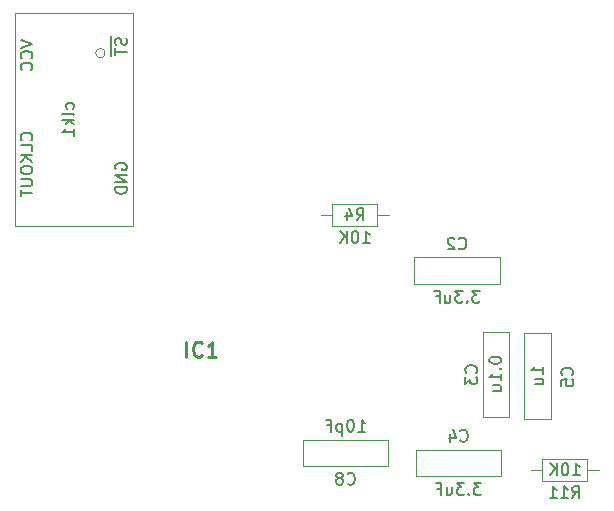
<source format=gbr>
%TF.GenerationSoftware,KiCad,Pcbnew,5.1.5+dfsg1-2build2*%
%TF.CreationDate,2021-11-19T00:53:45-06:00*%
%TF.ProjectId,Audio_Dac_I2S,41756469-6f5f-4446-9163-5f4932532e6b,rev?*%
%TF.SameCoordinates,Original*%
%TF.FileFunction,Legend,Bot*%
%TF.FilePolarity,Positive*%
%FSLAX46Y46*%
G04 Gerber Fmt 4.6, Leading zero omitted, Abs format (unit mm)*
G04 Created by KiCad (PCBNEW 5.1.5+dfsg1-2build2) date 2021-11-19 00:53:45*
%MOMM*%
%LPD*%
G04 APERTURE LIST*
%ADD10C,0.120000*%
%ADD11C,0.150000*%
%ADD12C,0.254000*%
G04 APERTURE END LIST*
D10*
%TO.C,R11*%
X230490000Y-82200000D02*
X230490000Y-80360000D01*
X230490000Y-80360000D02*
X234330000Y-80360000D01*
X234330000Y-80360000D02*
X234330000Y-82200000D01*
X234330000Y-82200000D02*
X230490000Y-82200000D01*
X229540000Y-81280000D02*
X230490000Y-81280000D01*
X235280000Y-81280000D02*
X234330000Y-81280000D01*
%TO.C,R4*%
X216550000Y-58770000D02*
X216550000Y-60610000D01*
X216550000Y-60610000D02*
X212710000Y-60610000D01*
X212710000Y-60610000D02*
X212710000Y-58770000D01*
X212710000Y-58770000D02*
X216550000Y-58770000D01*
X217500000Y-59690000D02*
X216550000Y-59690000D01*
X211760000Y-59690000D02*
X212710000Y-59690000D01*
%TO.C,clk1*%
X185894200Y-42587080D02*
X185894200Y-60587080D01*
X185894200Y-60587080D02*
X195894200Y-60587080D01*
X195894200Y-60587080D02*
X195894200Y-42587080D01*
X195894200Y-42587080D02*
X185894200Y-42587080D01*
X193494200Y-45987080D02*
G75*
G03X193494200Y-45987080I-400000J0D01*
G01*
%TO.C,C8*%
X210233400Y-80952200D02*
X217473400Y-80952200D01*
X210233400Y-78712200D02*
X217473400Y-78712200D01*
X210233400Y-80952200D02*
X210233400Y-78712200D01*
X217473400Y-80952200D02*
X217473400Y-78712200D01*
%TO.C,C5*%
X228990000Y-69690000D02*
X228990000Y-76930000D01*
X231230000Y-69690000D02*
X231230000Y-76930000D01*
X228990000Y-69690000D02*
X231230000Y-69690000D01*
X228990000Y-76930000D02*
X231230000Y-76930000D01*
%TO.C,C4*%
X227030000Y-79560000D02*
X219790000Y-79560000D01*
X227030000Y-81800000D02*
X219790000Y-81800000D01*
X227030000Y-79560000D02*
X227030000Y-81800000D01*
X219790000Y-79560000D02*
X219790000Y-81800000D01*
%TO.C,C3*%
X225490000Y-69590000D02*
X225490000Y-76830000D01*
X227730000Y-69590000D02*
X227730000Y-76830000D01*
X225490000Y-69590000D02*
X227730000Y-69590000D01*
X225490000Y-76830000D02*
X227730000Y-76830000D01*
%TO.C,C2*%
X226900000Y-63290000D02*
X219660000Y-63290000D01*
X226900000Y-65530000D02*
X219660000Y-65530000D01*
X226900000Y-63290000D02*
X226900000Y-65530000D01*
X219660000Y-63290000D02*
X219660000Y-65530000D01*
%TO.C,R11*%
D11*
X233052857Y-83652380D02*
X233386190Y-83176190D01*
X233624285Y-83652380D02*
X233624285Y-82652380D01*
X233243333Y-82652380D01*
X233148095Y-82700000D01*
X233100476Y-82747619D01*
X233052857Y-82842857D01*
X233052857Y-82985714D01*
X233100476Y-83080952D01*
X233148095Y-83128571D01*
X233243333Y-83176190D01*
X233624285Y-83176190D01*
X232100476Y-83652380D02*
X232671904Y-83652380D01*
X232386190Y-83652380D02*
X232386190Y-82652380D01*
X232481428Y-82795238D01*
X232576666Y-82890476D01*
X232671904Y-82938095D01*
X231148095Y-83652380D02*
X231719523Y-83652380D01*
X231433809Y-83652380D02*
X231433809Y-82652380D01*
X231529047Y-82795238D01*
X231624285Y-82890476D01*
X231719523Y-82938095D01*
X233100476Y-81732380D02*
X233671904Y-81732380D01*
X233386190Y-81732380D02*
X233386190Y-80732380D01*
X233481428Y-80875238D01*
X233576666Y-80970476D01*
X233671904Y-81018095D01*
X232481428Y-80732380D02*
X232386190Y-80732380D01*
X232290952Y-80780000D01*
X232243333Y-80827619D01*
X232195714Y-80922857D01*
X232148095Y-81113333D01*
X232148095Y-81351428D01*
X232195714Y-81541904D01*
X232243333Y-81637142D01*
X232290952Y-81684761D01*
X232386190Y-81732380D01*
X232481428Y-81732380D01*
X232576666Y-81684761D01*
X232624285Y-81637142D01*
X232671904Y-81541904D01*
X232719523Y-81351428D01*
X232719523Y-81113333D01*
X232671904Y-80922857D01*
X232624285Y-80827619D01*
X232576666Y-80780000D01*
X232481428Y-80732380D01*
X231719523Y-81732380D02*
X231719523Y-80732380D01*
X231148095Y-81732380D02*
X231576666Y-81160952D01*
X231148095Y-80732380D02*
X231719523Y-81303809D01*
%TO.C,R4*%
X214796666Y-60142380D02*
X215130000Y-59666190D01*
X215368095Y-60142380D02*
X215368095Y-59142380D01*
X214987142Y-59142380D01*
X214891904Y-59190000D01*
X214844285Y-59237619D01*
X214796666Y-59332857D01*
X214796666Y-59475714D01*
X214844285Y-59570952D01*
X214891904Y-59618571D01*
X214987142Y-59666190D01*
X215368095Y-59666190D01*
X213939523Y-59475714D02*
X213939523Y-60142380D01*
X214177619Y-59094761D02*
X214415714Y-59809047D01*
X213796666Y-59809047D01*
X215320476Y-62062380D02*
X215891904Y-62062380D01*
X215606190Y-62062380D02*
X215606190Y-61062380D01*
X215701428Y-61205238D01*
X215796666Y-61300476D01*
X215891904Y-61348095D01*
X214701428Y-61062380D02*
X214606190Y-61062380D01*
X214510952Y-61110000D01*
X214463333Y-61157619D01*
X214415714Y-61252857D01*
X214368095Y-61443333D01*
X214368095Y-61681428D01*
X214415714Y-61871904D01*
X214463333Y-61967142D01*
X214510952Y-62014761D01*
X214606190Y-62062380D01*
X214701428Y-62062380D01*
X214796666Y-62014761D01*
X214844285Y-61967142D01*
X214891904Y-61871904D01*
X214939523Y-61681428D01*
X214939523Y-61443333D01*
X214891904Y-61252857D01*
X214844285Y-61157619D01*
X214796666Y-61110000D01*
X214701428Y-61062380D01*
X213939523Y-62062380D02*
X213939523Y-61062380D01*
X213368095Y-62062380D02*
X213796666Y-61490952D01*
X213368095Y-61062380D02*
X213939523Y-61633809D01*
%TO.C,IC1*%
D12*
X200380238Y-71694523D02*
X200380238Y-70424523D01*
X201710714Y-71573571D02*
X201650238Y-71634047D01*
X201468809Y-71694523D01*
X201347857Y-71694523D01*
X201166428Y-71634047D01*
X201045476Y-71513095D01*
X200985000Y-71392142D01*
X200924523Y-71150238D01*
X200924523Y-70968809D01*
X200985000Y-70726904D01*
X201045476Y-70605952D01*
X201166428Y-70485000D01*
X201347857Y-70424523D01*
X201468809Y-70424523D01*
X201650238Y-70485000D01*
X201710714Y-70545476D01*
X202920238Y-71694523D02*
X202194523Y-71694523D01*
X202557380Y-71694523D02*
X202557380Y-70424523D01*
X202436428Y-70605952D01*
X202315476Y-70726904D01*
X202194523Y-70787380D01*
%TO.C,clk1*%
D11*
X190798961Y-50682318D02*
X190846580Y-50587080D01*
X190846580Y-50396603D01*
X190798961Y-50301365D01*
X190751342Y-50253746D01*
X190656104Y-50206127D01*
X190370390Y-50206127D01*
X190275152Y-50253746D01*
X190227533Y-50301365D01*
X190179914Y-50396603D01*
X190179914Y-50587080D01*
X190227533Y-50682318D01*
X190846580Y-51253746D02*
X190798961Y-51158508D01*
X190703723Y-51110889D01*
X189846580Y-51110889D01*
X190846580Y-51634699D02*
X189846580Y-51634699D01*
X190465628Y-51729937D02*
X190846580Y-52015651D01*
X190179914Y-52015651D02*
X190560866Y-51634699D01*
X190846580Y-52968032D02*
X190846580Y-52396603D01*
X190846580Y-52682318D02*
X189846580Y-52682318D01*
X189989438Y-52587080D01*
X190084676Y-52491841D01*
X190132295Y-52396603D01*
X187251342Y-53363270D02*
X187298961Y-53315651D01*
X187346580Y-53172794D01*
X187346580Y-53077556D01*
X187298961Y-52934699D01*
X187203723Y-52839460D01*
X187108485Y-52791841D01*
X186918009Y-52744222D01*
X186775152Y-52744222D01*
X186584676Y-52791841D01*
X186489438Y-52839460D01*
X186394200Y-52934699D01*
X186346580Y-53077556D01*
X186346580Y-53172794D01*
X186394200Y-53315651D01*
X186441819Y-53363270D01*
X187346580Y-54268032D02*
X187346580Y-53791841D01*
X186346580Y-53791841D01*
X187346580Y-54601365D02*
X186346580Y-54601365D01*
X187346580Y-55172794D02*
X186775152Y-54744222D01*
X186346580Y-55172794D02*
X186918009Y-54601365D01*
X186346580Y-55791841D02*
X186346580Y-55982318D01*
X186394200Y-56077556D01*
X186489438Y-56172794D01*
X186679914Y-56220413D01*
X187013247Y-56220413D01*
X187203723Y-56172794D01*
X187298961Y-56077556D01*
X187346580Y-55982318D01*
X187346580Y-55791841D01*
X187298961Y-55696603D01*
X187203723Y-55601365D01*
X187013247Y-55553746D01*
X186679914Y-55553746D01*
X186489438Y-55601365D01*
X186394200Y-55696603D01*
X186346580Y-55791841D01*
X186346580Y-56648984D02*
X187156104Y-56648984D01*
X187251342Y-56696603D01*
X187298961Y-56744222D01*
X187346580Y-56839460D01*
X187346580Y-57029937D01*
X187298961Y-57125175D01*
X187251342Y-57172794D01*
X187156104Y-57220413D01*
X186346580Y-57220413D01*
X186346580Y-57553746D02*
X186346580Y-58125175D01*
X187346580Y-57839460D02*
X186346580Y-57839460D01*
X194394200Y-55825175D02*
X194346580Y-55729937D01*
X194346580Y-55587080D01*
X194394200Y-55444222D01*
X194489438Y-55348984D01*
X194584676Y-55301365D01*
X194775152Y-55253746D01*
X194918009Y-55253746D01*
X195108485Y-55301365D01*
X195203723Y-55348984D01*
X195298961Y-55444222D01*
X195346580Y-55587080D01*
X195346580Y-55682318D01*
X195298961Y-55825175D01*
X195251342Y-55872794D01*
X194918009Y-55872794D01*
X194918009Y-55682318D01*
X195346580Y-56301365D02*
X194346580Y-56301365D01*
X195346580Y-56872794D01*
X194346580Y-56872794D01*
X195346580Y-57348984D02*
X194346580Y-57348984D01*
X194346580Y-57587080D01*
X194394200Y-57729937D01*
X194489438Y-57825175D01*
X194584676Y-57872794D01*
X194775152Y-57920413D01*
X194918009Y-57920413D01*
X195108485Y-57872794D01*
X195203723Y-57825175D01*
X195298961Y-57729937D01*
X195346580Y-57587080D01*
X195346580Y-57348984D01*
X193979200Y-44529937D02*
X193979200Y-45482318D01*
X195298961Y-44720413D02*
X195346580Y-44863270D01*
X195346580Y-45101365D01*
X195298961Y-45196603D01*
X195251342Y-45244222D01*
X195156104Y-45291841D01*
X195060866Y-45291841D01*
X194965628Y-45244222D01*
X194918009Y-45196603D01*
X194870390Y-45101365D01*
X194822771Y-44910889D01*
X194775152Y-44815651D01*
X194727533Y-44768032D01*
X194632295Y-44720413D01*
X194537057Y-44720413D01*
X194441819Y-44768032D01*
X194394200Y-44815651D01*
X194346580Y-44910889D01*
X194346580Y-45148984D01*
X194394200Y-45291841D01*
X193979200Y-45482318D02*
X193979200Y-46244222D01*
X194346580Y-45577556D02*
X194346580Y-46148984D01*
X195346580Y-45863270D02*
X194346580Y-45863270D01*
X186346580Y-44853746D02*
X187346580Y-45187080D01*
X186346580Y-45520413D01*
X187251342Y-46425175D02*
X187298961Y-46377556D01*
X187346580Y-46234699D01*
X187346580Y-46139460D01*
X187298961Y-45996603D01*
X187203723Y-45901365D01*
X187108485Y-45853746D01*
X186918009Y-45806127D01*
X186775152Y-45806127D01*
X186584676Y-45853746D01*
X186489438Y-45901365D01*
X186394200Y-45996603D01*
X186346580Y-46139460D01*
X186346580Y-46234699D01*
X186394200Y-46377556D01*
X186441819Y-46425175D01*
X187251342Y-47425175D02*
X187298961Y-47377556D01*
X187346580Y-47234699D01*
X187346580Y-47139460D01*
X187298961Y-46996603D01*
X187203723Y-46901365D01*
X187108485Y-46853746D01*
X186918009Y-46806127D01*
X186775152Y-46806127D01*
X186584676Y-46853746D01*
X186489438Y-46901365D01*
X186394200Y-46996603D01*
X186346580Y-47139460D01*
X186346580Y-47234699D01*
X186394200Y-47377556D01*
X186441819Y-47425175D01*
%TO.C,C8*%
X214020066Y-82439342D02*
X214067685Y-82486961D01*
X214210542Y-82534580D01*
X214305780Y-82534580D01*
X214448638Y-82486961D01*
X214543876Y-82391723D01*
X214591495Y-82296485D01*
X214639114Y-82106009D01*
X214639114Y-81963152D01*
X214591495Y-81772676D01*
X214543876Y-81677438D01*
X214448638Y-81582200D01*
X214305780Y-81534580D01*
X214210542Y-81534580D01*
X214067685Y-81582200D01*
X214020066Y-81629819D01*
X213448638Y-81963152D02*
X213543876Y-81915533D01*
X213591495Y-81867914D01*
X213639114Y-81772676D01*
X213639114Y-81725057D01*
X213591495Y-81629819D01*
X213543876Y-81582200D01*
X213448638Y-81534580D01*
X213258161Y-81534580D01*
X213162923Y-81582200D01*
X213115304Y-81629819D01*
X213067685Y-81725057D01*
X213067685Y-81772676D01*
X213115304Y-81867914D01*
X213162923Y-81915533D01*
X213258161Y-81963152D01*
X213448638Y-81963152D01*
X213543876Y-82010771D01*
X213591495Y-82058390D01*
X213639114Y-82153628D01*
X213639114Y-82344104D01*
X213591495Y-82439342D01*
X213543876Y-82486961D01*
X213448638Y-82534580D01*
X213258161Y-82534580D01*
X213162923Y-82486961D01*
X213115304Y-82439342D01*
X213067685Y-82344104D01*
X213067685Y-82153628D01*
X213115304Y-82058390D01*
X213162923Y-82010771D01*
X213258161Y-81963152D01*
X214924828Y-78034580D02*
X215496257Y-78034580D01*
X215210542Y-78034580D02*
X215210542Y-77034580D01*
X215305780Y-77177438D01*
X215401019Y-77272676D01*
X215496257Y-77320295D01*
X214305780Y-77034580D02*
X214210542Y-77034580D01*
X214115304Y-77082200D01*
X214067685Y-77129819D01*
X214020066Y-77225057D01*
X213972447Y-77415533D01*
X213972447Y-77653628D01*
X214020066Y-77844104D01*
X214067685Y-77939342D01*
X214115304Y-77986961D01*
X214210542Y-78034580D01*
X214305780Y-78034580D01*
X214401019Y-77986961D01*
X214448638Y-77939342D01*
X214496257Y-77844104D01*
X214543876Y-77653628D01*
X214543876Y-77415533D01*
X214496257Y-77225057D01*
X214448638Y-77129819D01*
X214401019Y-77082200D01*
X214305780Y-77034580D01*
X213543876Y-77367914D02*
X213543876Y-78367914D01*
X213543876Y-77415533D02*
X213448638Y-77367914D01*
X213258161Y-77367914D01*
X213162923Y-77415533D01*
X213115304Y-77463152D01*
X213067685Y-77558390D01*
X213067685Y-77844104D01*
X213115304Y-77939342D01*
X213162923Y-77986961D01*
X213258161Y-78034580D01*
X213448638Y-78034580D01*
X213543876Y-77986961D01*
X212305780Y-77510771D02*
X212639114Y-77510771D01*
X212639114Y-78034580D02*
X212639114Y-77034580D01*
X212162923Y-77034580D01*
%TO.C,C5*%
X233021142Y-73239333D02*
X233068761Y-73191714D01*
X233116380Y-73048857D01*
X233116380Y-72953619D01*
X233068761Y-72810761D01*
X232973523Y-72715523D01*
X232878285Y-72667904D01*
X232687809Y-72620285D01*
X232544952Y-72620285D01*
X232354476Y-72667904D01*
X232259238Y-72715523D01*
X232164000Y-72810761D01*
X232116380Y-72953619D01*
X232116380Y-73048857D01*
X232164000Y-73191714D01*
X232211619Y-73239333D01*
X232116380Y-74144095D02*
X232116380Y-73667904D01*
X232592571Y-73620285D01*
X232544952Y-73667904D01*
X232497333Y-73763142D01*
X232497333Y-74001238D01*
X232544952Y-74096476D01*
X232592571Y-74144095D01*
X232687809Y-74191714D01*
X232925904Y-74191714D01*
X233021142Y-74144095D01*
X233068761Y-74096476D01*
X233116380Y-74001238D01*
X233116380Y-73763142D01*
X233068761Y-73667904D01*
X233021142Y-73620285D01*
X230576380Y-73143333D02*
X230576380Y-72571904D01*
X230576380Y-72857619D02*
X229576380Y-72857619D01*
X229719238Y-72762380D01*
X229814476Y-72667142D01*
X229862095Y-72571904D01*
X229909714Y-74000476D02*
X230576380Y-74000476D01*
X229909714Y-73571904D02*
X230433523Y-73571904D01*
X230528761Y-73619523D01*
X230576380Y-73714761D01*
X230576380Y-73857619D01*
X230528761Y-73952857D01*
X230481142Y-74000476D01*
%TO.C,C4*%
X223576666Y-78787142D02*
X223624285Y-78834761D01*
X223767142Y-78882380D01*
X223862380Y-78882380D01*
X224005238Y-78834761D01*
X224100476Y-78739523D01*
X224148095Y-78644285D01*
X224195714Y-78453809D01*
X224195714Y-78310952D01*
X224148095Y-78120476D01*
X224100476Y-78025238D01*
X224005238Y-77930000D01*
X223862380Y-77882380D01*
X223767142Y-77882380D01*
X223624285Y-77930000D01*
X223576666Y-77977619D01*
X222719523Y-78215714D02*
X222719523Y-78882380D01*
X222957619Y-77834761D02*
X223195714Y-78549047D01*
X222576666Y-78549047D01*
X225338571Y-82382380D02*
X224719523Y-82382380D01*
X225052857Y-82763333D01*
X224910000Y-82763333D01*
X224814761Y-82810952D01*
X224767142Y-82858571D01*
X224719523Y-82953809D01*
X224719523Y-83191904D01*
X224767142Y-83287142D01*
X224814761Y-83334761D01*
X224910000Y-83382380D01*
X225195714Y-83382380D01*
X225290952Y-83334761D01*
X225338571Y-83287142D01*
X224290952Y-83287142D02*
X224243333Y-83334761D01*
X224290952Y-83382380D01*
X224338571Y-83334761D01*
X224290952Y-83287142D01*
X224290952Y-83382380D01*
X223910000Y-82382380D02*
X223290952Y-82382380D01*
X223624285Y-82763333D01*
X223481428Y-82763333D01*
X223386190Y-82810952D01*
X223338571Y-82858571D01*
X223290952Y-82953809D01*
X223290952Y-83191904D01*
X223338571Y-83287142D01*
X223386190Y-83334761D01*
X223481428Y-83382380D01*
X223767142Y-83382380D01*
X223862380Y-83334761D01*
X223910000Y-83287142D01*
X222433809Y-82715714D02*
X222433809Y-83382380D01*
X222862380Y-82715714D02*
X222862380Y-83239523D01*
X222814761Y-83334761D01*
X222719523Y-83382380D01*
X222576666Y-83382380D01*
X222481428Y-83334761D01*
X222433809Y-83287142D01*
X221624285Y-82858571D02*
X221957619Y-82858571D01*
X221957619Y-83382380D02*
X221957619Y-82382380D01*
X221481428Y-82382380D01*
%TO.C,C3*%
X224893142Y-73043333D02*
X224940761Y-72995714D01*
X224988380Y-72852857D01*
X224988380Y-72757619D01*
X224940761Y-72614761D01*
X224845523Y-72519523D01*
X224750285Y-72471904D01*
X224559809Y-72424285D01*
X224416952Y-72424285D01*
X224226476Y-72471904D01*
X224131238Y-72519523D01*
X224036000Y-72614761D01*
X223988380Y-72757619D01*
X223988380Y-72852857D01*
X224036000Y-72995714D01*
X224083619Y-73043333D01*
X223988380Y-73376666D02*
X223988380Y-73995714D01*
X224369333Y-73662380D01*
X224369333Y-73805238D01*
X224416952Y-73900476D01*
X224464571Y-73948095D01*
X224559809Y-73995714D01*
X224797904Y-73995714D01*
X224893142Y-73948095D01*
X224940761Y-73900476D01*
X224988380Y-73805238D01*
X224988380Y-73519523D01*
X224940761Y-73424285D01*
X224893142Y-73376666D01*
X226020380Y-71937714D02*
X226020380Y-72032952D01*
X226068000Y-72128190D01*
X226115619Y-72175809D01*
X226210857Y-72223428D01*
X226401333Y-72271047D01*
X226639428Y-72271047D01*
X226829904Y-72223428D01*
X226925142Y-72175809D01*
X226972761Y-72128190D01*
X227020380Y-72032952D01*
X227020380Y-71937714D01*
X226972761Y-71842476D01*
X226925142Y-71794857D01*
X226829904Y-71747238D01*
X226639428Y-71699619D01*
X226401333Y-71699619D01*
X226210857Y-71747238D01*
X226115619Y-71794857D01*
X226068000Y-71842476D01*
X226020380Y-71937714D01*
X226925142Y-72699619D02*
X226972761Y-72747238D01*
X227020380Y-72699619D01*
X226972761Y-72652000D01*
X226925142Y-72699619D01*
X227020380Y-72699619D01*
X227020380Y-73699619D02*
X227020380Y-73128190D01*
X227020380Y-73413904D02*
X226020380Y-73413904D01*
X226163238Y-73318666D01*
X226258476Y-73223428D01*
X226306095Y-73128190D01*
X226353714Y-74556761D02*
X227020380Y-74556761D01*
X226353714Y-74128190D02*
X226877523Y-74128190D01*
X226972761Y-74175809D01*
X227020380Y-74271047D01*
X227020380Y-74413904D01*
X226972761Y-74509142D01*
X226925142Y-74556761D01*
%TO.C,C2*%
X223446666Y-62517142D02*
X223494285Y-62564761D01*
X223637142Y-62612380D01*
X223732380Y-62612380D01*
X223875238Y-62564761D01*
X223970476Y-62469523D01*
X224018095Y-62374285D01*
X224065714Y-62183809D01*
X224065714Y-62040952D01*
X224018095Y-61850476D01*
X223970476Y-61755238D01*
X223875238Y-61660000D01*
X223732380Y-61612380D01*
X223637142Y-61612380D01*
X223494285Y-61660000D01*
X223446666Y-61707619D01*
X223065714Y-61707619D02*
X223018095Y-61660000D01*
X222922857Y-61612380D01*
X222684761Y-61612380D01*
X222589523Y-61660000D01*
X222541904Y-61707619D01*
X222494285Y-61802857D01*
X222494285Y-61898095D01*
X222541904Y-62040952D01*
X223113333Y-62612380D01*
X222494285Y-62612380D01*
X225208571Y-66112380D02*
X224589523Y-66112380D01*
X224922857Y-66493333D01*
X224780000Y-66493333D01*
X224684761Y-66540952D01*
X224637142Y-66588571D01*
X224589523Y-66683809D01*
X224589523Y-66921904D01*
X224637142Y-67017142D01*
X224684761Y-67064761D01*
X224780000Y-67112380D01*
X225065714Y-67112380D01*
X225160952Y-67064761D01*
X225208571Y-67017142D01*
X224160952Y-67017142D02*
X224113333Y-67064761D01*
X224160952Y-67112380D01*
X224208571Y-67064761D01*
X224160952Y-67017142D01*
X224160952Y-67112380D01*
X223780000Y-66112380D02*
X223160952Y-66112380D01*
X223494285Y-66493333D01*
X223351428Y-66493333D01*
X223256190Y-66540952D01*
X223208571Y-66588571D01*
X223160952Y-66683809D01*
X223160952Y-66921904D01*
X223208571Y-67017142D01*
X223256190Y-67064761D01*
X223351428Y-67112380D01*
X223637142Y-67112380D01*
X223732380Y-67064761D01*
X223780000Y-67017142D01*
X222303809Y-66445714D02*
X222303809Y-67112380D01*
X222732380Y-66445714D02*
X222732380Y-66969523D01*
X222684761Y-67064761D01*
X222589523Y-67112380D01*
X222446666Y-67112380D01*
X222351428Y-67064761D01*
X222303809Y-67017142D01*
X221494285Y-66588571D02*
X221827619Y-66588571D01*
X221827619Y-67112380D02*
X221827619Y-66112380D01*
X221351428Y-66112380D01*
%TD*%
M02*

</source>
